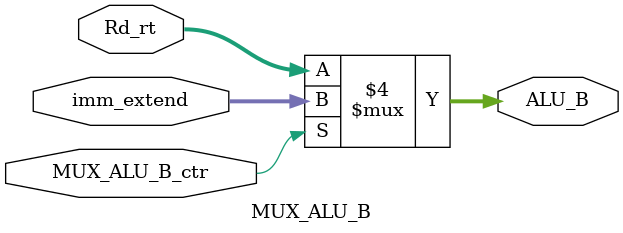
<source format=v>
`timescale 1ns / 1ps


module MUX_ALU_B(
    input MUX_ALU_B_ctr,
    input [31:0] Rd_rt,
    input [31:0] imm_extend,
    output reg [31:0] ALU_B
    );
    always @(*)begin
        if(MUX_ALU_B_ctr == 1) begin
            ALU_B <= imm_extend;
        end
        else begin
            ALU_B <= Rd_rt;
        end
    end
endmodule

</source>
